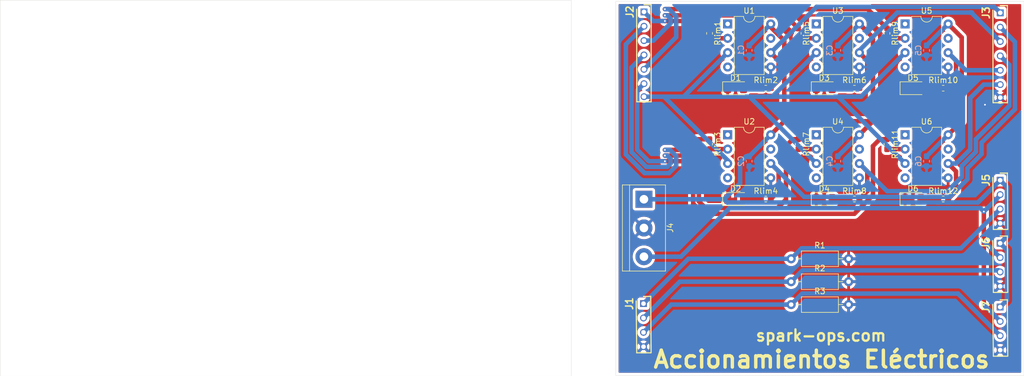
<source format=kicad_pcb>
(kicad_pcb
	(version 20240108)
	(generator "pcbnew")
	(generator_version "8.0")
	(general
		(thickness 1.6)
		(legacy_teardrops no)
	)
	(paper "A4")
	(layers
		(0 "F.Cu" signal)
		(31 "B.Cu" signal)
		(32 "B.Adhes" user "B.Adhesive")
		(33 "F.Adhes" user "F.Adhesive")
		(34 "B.Paste" user)
		(35 "F.Paste" user)
		(36 "B.SilkS" user "B.Silkscreen")
		(37 "F.SilkS" user "F.Silkscreen")
		(38 "B.Mask" user)
		(39 "F.Mask" user)
		(40 "Dwgs.User" user "User.Drawings")
		(41 "Cmts.User" user "User.Comments")
		(42 "Eco1.User" user "User.Eco1")
		(43 "Eco2.User" user "User.Eco2")
		(44 "Edge.Cuts" user)
		(45 "Margin" user)
		(46 "B.CrtYd" user "B.Courtyard")
		(47 "F.CrtYd" user "F.Courtyard")
		(48 "B.Fab" user)
		(49 "F.Fab" user)
		(50 "User.1" user)
		(51 "User.2" user)
		(52 "User.3" user)
		(53 "User.4" user)
		(54 "User.5" user)
		(55 "User.6" user)
		(56 "User.7" user)
		(57 "User.8" user)
		(58 "User.9" user)
	)
	(setup
		(pad_to_mask_clearance 0)
		(allow_soldermask_bridges_in_footprints no)
		(pcbplotparams
			(layerselection 0x00010fc_ffffffff)
			(plot_on_all_layers_selection 0x0000000_00000000)
			(disableapertmacros no)
			(usegerberextensions no)
			(usegerberattributes yes)
			(usegerberadvancedattributes yes)
			(creategerberjobfile yes)
			(dashed_line_dash_ratio 12.000000)
			(dashed_line_gap_ratio 3.000000)
			(svgprecision 4)
			(plotframeref no)
			(viasonmask no)
			(mode 1)
			(useauxorigin no)
			(hpglpennumber 1)
			(hpglpenspeed 20)
			(hpglpendiameter 15.000000)
			(pdf_front_fp_property_popups yes)
			(pdf_back_fp_property_popups yes)
			(dxfpolygonmode yes)
			(dxfimperialunits yes)
			(dxfusepcbnewfont yes)
			(psnegative no)
			(psa4output no)
			(plotreference yes)
			(plotvalue yes)
			(plotfptext yes)
			(plotinvisibletext no)
			(sketchpadsonfab no)
			(subtractmaskfromsilk no)
			(outputformat 1)
			(mirror no)
			(drillshape 0)
			(scaleselection 1)
			(outputdirectory "GerbersEnclosure/")
		)
	)
	(net 0 "")
	(net 1 "S3")
	(net 2 "S2")
	(net 3 "S1")
	(net 4 "S4")
	(net 5 "S5")
	(net 6 "S6")
	(net 7 "Q1")
	(net 8 "Net-(D1-A)")
	(net 9 "Net-(D2-A)")
	(net 10 "Net-(D3-A)")
	(net 11 "Net-(D4-A)")
	(net 12 "Net-(D5-A)")
	(net 13 "Net-(U1-A)")
	(net 14 "Net-(U2-A)")
	(net 15 "Net-(U3-A)")
	(net 16 "Net-(U4-A)")
	(net 17 "Net-(U5-A)")
	(net 18 "Net-(U6-A)")
	(net 19 "unconnected-(U1-VO-Pad7)")
	(net 20 "unconnected-(U1-NC-Pad4)")
	(net 21 "unconnected-(U1-NC-Pad1)")
	(net 22 "unconnected-(U2-VO-Pad7)")
	(net 23 "unconnected-(U2-NC-Pad1)")
	(net 24 "unconnected-(U2-NC-Pad4)")
	(net 25 "unconnected-(U3-VO-Pad7)")
	(net 26 "unconnected-(U3-NC-Pad1)")
	(net 27 "unconnected-(U3-NC-Pad4)")
	(net 28 "unconnected-(U4-VO-Pad7)")
	(net 29 "unconnected-(U4-NC-Pad1)")
	(net 30 "unconnected-(U4-NC-Pad4)")
	(net 31 "unconnected-(U5-NC-Pad4)")
	(net 32 "unconnected-(U5-VO-Pad7)")
	(net 33 "unconnected-(U5-NC-Pad1)")
	(net 34 "unconnected-(U6-VO-Pad7)")
	(net 35 "unconnected-(U6-NC-Pad4)")
	(net 36 "unconnected-(U6-NC-Pad1)")
	(net 37 "Net-(D6-A)")
	(net 38 "Q5")
	(net 39 "Q2")
	(net 40 "Q4")
	(net 41 "Q3")
	(net 42 "Q6")
	(net 43 "GND1")
	(net 44 "GND2")
	(net 45 "+VDC")
	(net 46 "-VDC")
	(net 47 "Net-(J1-Pad3)")
	(net 48 "Net-(J1-Pad2)")
	(net 49 "Net-(J1-Pad1)")
	(footprint "Package_DIP:DIP-8_W7.62mm" (layer "F.Cu") (at 207.665 65.915))
	(footprint "Diode_SMD:D_1206_3216Metric" (layer "F.Cu") (at 209.065 57.68))
	(footprint "sparkOpsHuellas:ConnSocket6" (layer "F.Cu") (at 224.5 44.34 -90))
	(footprint "Resistor_THT:R_Axial_DIN0207_L6.3mm_D2.5mm_P10.16mm_Horizontal" (layer "F.Cu") (at 187.52 87.85))
	(footprint "Package_DIP:DIP-8_W7.62mm" (layer "F.Cu") (at 176.285 65.915))
	(footprint "Inductor_SMD:L_0603_1608Metric_Pad1.05x0.95mm_HandSolder" (layer "F.Cu") (at 198.71 77.285))
	(footprint "Inductor_SMD:L_0603_1608Metric_Pad1.05x0.95mm_HandSolder" (layer "F.Cu") (at 204.465 67.58 -90))
	(footprint "sparkOpsHuellas:ConnSocket6" (layer "F.Cu") (at 161.485 44.17675 -90))
	(footprint "sparkOpsHuellas:ConnSocket6" (layer "F.Cu") (at 224.485 96.38 -90))
	(footprint "Inductor_SMD:L_0603_1608Metric_Pad1.05x0.95mm_HandSolder" (layer "F.Cu") (at 204.465 47.975 -90))
	(footprint "Package_DIP:DIP-8_W7.62mm" (layer "F.Cu") (at 191.965 65.915))
	(footprint "Inductor_SMD:L_0603_1608Metric_Pad1.05x0.95mm_HandSolder" (layer "F.Cu") (at 183.03 57.68))
	(footprint "Package_DIP:DIP-8_W7.62mm" (layer "F.Cu") (at 191.965 46.31))
	(footprint "Diode_SMD:D_1206_3216Metric" (layer "F.Cu") (at 193.365 57.68))
	(footprint "Inductor_SMD:L_0603_1608Metric_Pad1.05x0.95mm_HandSolder" (layer "F.Cu") (at 188.765 67.58 -90))
	(footprint "sparkOpsHuellas:ConnSocket6" (layer "F.Cu") (at 224.485 85.1 -90))
	(footprint "Diode_SMD:D_1206_3216Metric" (layer "F.Cu") (at 209.065 77.285))
	(footprint "Inductor_SMD:L_0603_1608Metric_Pad1.05x0.95mm_HandSolder" (layer "F.Cu") (at 173.085 67.58 -90))
	(footprint "Inductor_SMD:L_0603_1608Metric_Pad1.05x0.95mm_HandSolder" (layer "F.Cu") (at 188.765 47.975 -90))
	(footprint "Inductor_SMD:L_0603_1608Metric_Pad1.05x0.95mm_HandSolder" (layer "F.Cu") (at 214.41 77.285))
	(footprint "Inductor_SMD:L_0603_1608Metric_Pad1.05x0.95mm_HandSolder" (layer "F.Cu") (at 198.71 57.68))
	(footprint "Resistor_THT:R_Axial_DIN0207_L6.3mm_D2.5mm_P10.16mm_Horizontal" (layer "F.Cu") (at 187.52 91.9))
	(footprint "TerminalBlock:TerminalBlock_bornier-3_P5.08mm" (layer "F.Cu") (at 161.475 77.32 -90))
	(footprint "sparkOpsHuellas:ConnSocket6" (layer "F.Cu") (at 224.485 73.96 -90))
	(footprint "Inductor_SMD:L_0603_1608Metric_Pad1.05x0.95mm_HandSolder" (layer "F.Cu") (at 214.41 57.68))
	(footprint "Package_DIP:DIP-8_W7.62mm" (layer "F.Cu") (at 176.285 46.31))
	(footprint "Inductor_SMD:L_0603_1608Metric_Pad1.05x0.95mm_HandSolder" (layer "F.Cu") (at 173.085 47.975 -90))
	(footprint "Resistor_THT:R_Axial_DIN0207_L6.3mm_D2.5mm_P10.16mm_Horizontal" (layer "F.Cu") (at 187.52 95.95))
	(footprint "Package_DIP:DIP-8_W7.62mm" (layer "F.Cu") (at 207.665 46.31))
	(footprint "Diode_SMD:D_1206_3216Metric" (layer "F.Cu") (at 177.685 57.68))
	(footprint "sparkOpsHuellas:ConnSocket6" (layer "F.Cu") (at 161.4 95.78 -90))
	(footprint "Diode_SMD:D_1206_3216Metric" (layer "F.Cu") (at 177.685 77.285))
	(footprint "Diode_SMD:D_1206_3216Metric" (layer "F.Cu") (at 193.365 77.285))
	(footprint "Inductor_SMD:L_0603_1608Metric_Pad1.05x0.95mm_HandSolder" (layer "F.Cu") (at 183.03 77.285))
	(footprint "Inductor_SMD:L_0603_1608Metric_Pad1.05x0.95mm_HandSolder" (layer "B.Cu") (at 195.765 70.59 -90))
	(footprint "Inductor_SMD:L_0603_1608Metric_Pad1.05x0.95mm_HandSolder" (layer "B.Cu") (at 180.085 50.985 -90))
	(footprint "Inductor_SMD:L_0603_1608Metric_Pad1.05x0.95mm_HandSolder" (layer "B.Cu") (at 211.465 50.985 -90))
	(footprint "Inductor_SMD:L_0603_1608Metric_Pad1.05x0.95mm_HandSolder"
		(layer "B.Cu")
		(uuid "cad068ae-e46b-43a7-96d0-15d3dfba3f16")
		(at 195.765 50.985 -90)
		(descr "Inductor SMD 0603 (1608 Metric), square (rectangular) end terminal, IPC_7351 nominal with elongated pad for handsoldering. (Body size source: http://www.tortai-tech.com/upload/download/2011102023233369053.pdf), generated with kicad-footprint-generator")
		(tags "inductor handsolder")
		(property "Reference" "C3"
			(at 0 1.43 90)
			(layer "B.SilkS")
			(uuid "ecf1bd16-ecef-4f6f-a3a9-0db832288cc4")
			(effects
				(font
					(size 1 1)
					(thickness 0.15)
				)
				(justify mirror)
			)
		)
		(property "Value" "0.1uF"
			(at 0 -1.43 90)
			(layer "B.Fab")
			(uuid "94ffb3e1-a9ef-4763-ba53-599c6881d89c")
			(effects
				(font
					(size 1 1)
					(thickness 0.15)
				)
				(justify mirror)
			)
		)
		(property "Footprint" "Inductor_SMD:L_0603_1608Metric_Pad1.05x0.95mm_HandSolder"
			(at 0 0 90)
			(unlocked yes)
			(layer "B.Fab")
			(hide yes)
			(uuid "c24c6e7a-2103-45b8-bdf0-6b5b6afdb869")
			(effects
				(font
					(size 1.27 1.27)
					(thickness 0.15)
				)
				(justify mirror)
			)
		)
		(property "Datasheet" ""
			(at 0 0 90)
			(unlocked yes)
			(layer "B.Fab")
			(hide yes)
			(uuid "3f7ee7fd-8713-4b6e-9639-5e77629e6228")
			(effects
				(font
					(size 1.27 1.27)
					(thickness 0.15)
				)
				(justify mirror)
			)
		)
		(property "Description" "Unpolarized capacitor"
			(at 0 0 90)
			(unlocked yes)
			(layer "B.Fab")
			(hide yes)
			(uuid "0275f983-531f-4006-a395-5e88e0573ba8")
			(effects
				(font
					(size 1.27 1.27)
					(thickness 0.15)
				)
				(justify mirror)
			)
		)
		(property ki_fp_filters "C_*")
		(path "/8fd351c4-cefb-4df8-8021-bca2b56d53e0")
		(sheetname "Raíz")
		(sheetfile "AmplifOptoacopladorEnclosure.kicad_sch")
		(attr smd)
		(fp_line
			(start 0.171267 0.51)
			(end -0.171267 0.51)
			(stroke
				(width 0.12)
				(type solid)
			)
			(layer "B.SilkS")
			(uuid "5f8d4862-6af8-4cd3-b7b0-5a4dd10cef54")
		)
		(fp_line
			(start 0.171267 -0.51)
			(end -0.171267 -0.51)
			(stroke
				(width 0.12)
				(type solid)
			)
			(layer "B.SilkS")
			(uuid "cd7b7328-bd46-4b07-89fd-9efcb44ebf81")
		)
		(fp_line
			(start -1.65 0.73)
			(end -1.65 -0.73)
			(stroke
				(width 0.05)
				(type solid)
			)
			(layer "B.CrtYd")
			(uuid "ea6ac785-5fc0-454b-a3ba-0211f1b51e67")
		)
		(fp_line
			(start 1.65 0.73)
			(end -1.65 0.73)
			(stroke
				(width 0.05)
				(type solid)
			)
			(layer "B.CrtYd")
			(uuid "846fc318-92c0-4e50-9bcb-9e477dfc275c")
		)
		(fp_line
			(start -1.65 -0.73)
			(end 1.65 -0.73)
			(stroke
				(width 0.05)
				(type solid)
			)
			(layer "B.CrtYd")
			(uuid "6f377704-a821-4bac-84f6-7688193791bc")
		)
		(fp_line
			(start 1.65 -0.73)
			(end 1.65 0.73)
			(stroke
				(width 0.05)
				(type solid)
			)
			(layer "B.CrtYd")
			(uu
... [316720 chars truncated]
</source>
